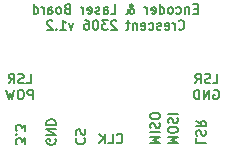
<source format=gbo>
G04 #@! TF.GenerationSoftware,KiCad,Pcbnew,(5.1.2)-1*
G04 #@! TF.CreationDate,2023-06-09T20:40:53+09:00*
G04 #@! TF.ProjectId,ma73x,6d613733-782e-46b6-9963-61645f706362,v1.2*
G04 #@! TF.SameCoordinates,Original*
G04 #@! TF.FileFunction,Legend,Bot*
G04 #@! TF.FilePolarity,Positive*
%FSLAX46Y46*%
G04 Gerber Fmt 4.6, Leading zero omitted, Abs format (unit mm)*
G04 Created by KiCad (PCBNEW (5.1.2)-1) date 2023-06-09 20:40:53*
%MOMM*%
%LPD*%
G04 APERTURE LIST*
%ADD10C,0.150000*%
%ADD11R,2.102000X2.102000*%
%ADD12O,1.802000X1.802000*%
%ADD13R,1.802000X1.802000*%
G04 APERTURE END LIST*
D10*
X152733333Y-86686904D02*
X153114285Y-86686904D01*
X153114285Y-85886904D01*
X152504761Y-86648809D02*
X152390476Y-86686904D01*
X152200000Y-86686904D01*
X152123809Y-86648809D01*
X152085714Y-86610714D01*
X152047619Y-86534523D01*
X152047619Y-86458333D01*
X152085714Y-86382142D01*
X152123809Y-86344047D01*
X152200000Y-86305952D01*
X152352380Y-86267857D01*
X152428571Y-86229761D01*
X152466666Y-86191666D01*
X152504761Y-86115476D01*
X152504761Y-86039285D01*
X152466666Y-85963095D01*
X152428571Y-85925000D01*
X152352380Y-85886904D01*
X152161904Y-85886904D01*
X152047619Y-85925000D01*
X151247619Y-86686904D02*
X151514285Y-86305952D01*
X151704761Y-86686904D02*
X151704761Y-85886904D01*
X151400000Y-85886904D01*
X151323809Y-85925000D01*
X151285714Y-85963095D01*
X151247619Y-86039285D01*
X151247619Y-86153571D01*
X151285714Y-86229761D01*
X151323809Y-86267857D01*
X151400000Y-86305952D01*
X151704761Y-86305952D01*
X153285714Y-88036904D02*
X153285714Y-87236904D01*
X152980952Y-87236904D01*
X152904761Y-87275000D01*
X152866666Y-87313095D01*
X152828571Y-87389285D01*
X152828571Y-87503571D01*
X152866666Y-87579761D01*
X152904761Y-87617857D01*
X152980952Y-87655952D01*
X153285714Y-87655952D01*
X152333333Y-87236904D02*
X152180952Y-87236904D01*
X152104761Y-87275000D01*
X152028571Y-87351190D01*
X151990476Y-87503571D01*
X151990476Y-87770238D01*
X152028571Y-87922619D01*
X152104761Y-87998809D01*
X152180952Y-88036904D01*
X152333333Y-88036904D01*
X152409523Y-87998809D01*
X152485714Y-87922619D01*
X152523809Y-87770238D01*
X152523809Y-87503571D01*
X152485714Y-87351190D01*
X152409523Y-87275000D01*
X152333333Y-87236904D01*
X151723809Y-87236904D02*
X151533333Y-88036904D01*
X151380952Y-87465476D01*
X151228571Y-88036904D01*
X151038095Y-87236904D01*
X168533333Y-86686904D02*
X168914285Y-86686904D01*
X168914285Y-85886904D01*
X168304761Y-86648809D02*
X168190476Y-86686904D01*
X168000000Y-86686904D01*
X167923809Y-86648809D01*
X167885714Y-86610714D01*
X167847619Y-86534523D01*
X167847619Y-86458333D01*
X167885714Y-86382142D01*
X167923809Y-86344047D01*
X168000000Y-86305952D01*
X168152380Y-86267857D01*
X168228571Y-86229761D01*
X168266666Y-86191666D01*
X168304761Y-86115476D01*
X168304761Y-86039285D01*
X168266666Y-85963095D01*
X168228571Y-85925000D01*
X168152380Y-85886904D01*
X167961904Y-85886904D01*
X167847619Y-85925000D01*
X167047619Y-86686904D02*
X167314285Y-86305952D01*
X167504761Y-86686904D02*
X167504761Y-85886904D01*
X167200000Y-85886904D01*
X167123809Y-85925000D01*
X167085714Y-85963095D01*
X167047619Y-86039285D01*
X167047619Y-86153571D01*
X167085714Y-86229761D01*
X167123809Y-86267857D01*
X167200000Y-86305952D01*
X167504761Y-86305952D01*
X168609523Y-87275000D02*
X168685714Y-87236904D01*
X168800000Y-87236904D01*
X168914285Y-87275000D01*
X168990476Y-87351190D01*
X169028571Y-87427380D01*
X169066666Y-87579761D01*
X169066666Y-87694047D01*
X169028571Y-87846428D01*
X168990476Y-87922619D01*
X168914285Y-87998809D01*
X168800000Y-88036904D01*
X168723809Y-88036904D01*
X168609523Y-87998809D01*
X168571428Y-87960714D01*
X168571428Y-87694047D01*
X168723809Y-87694047D01*
X168228571Y-88036904D02*
X168228571Y-87236904D01*
X167771428Y-88036904D01*
X167771428Y-87236904D01*
X167390476Y-88036904D02*
X167390476Y-87236904D01*
X167200000Y-87236904D01*
X167085714Y-87275000D01*
X167009523Y-87351190D01*
X166971428Y-87427380D01*
X166933333Y-87579761D01*
X166933333Y-87694047D01*
X166971428Y-87846428D01*
X167009523Y-87922619D01*
X167085714Y-87998809D01*
X167200000Y-88036904D01*
X167390476Y-88036904D01*
X167138095Y-91333333D02*
X167138095Y-91714285D01*
X167938095Y-91714285D01*
X167176190Y-91104761D02*
X167138095Y-90990476D01*
X167138095Y-90800000D01*
X167176190Y-90723809D01*
X167214285Y-90685714D01*
X167290476Y-90647619D01*
X167366666Y-90647619D01*
X167442857Y-90685714D01*
X167480952Y-90723809D01*
X167519047Y-90800000D01*
X167557142Y-90952380D01*
X167595238Y-91028571D01*
X167633333Y-91066666D01*
X167709523Y-91104761D01*
X167785714Y-91104761D01*
X167861904Y-91066666D01*
X167900000Y-91028571D01*
X167938095Y-90952380D01*
X167938095Y-90761904D01*
X167900000Y-90647619D01*
X167138095Y-89847619D02*
X167519047Y-90114285D01*
X167138095Y-90304761D02*
X167938095Y-90304761D01*
X167938095Y-90000000D01*
X167900000Y-89923809D01*
X167861904Y-89885714D01*
X167785714Y-89847619D01*
X167671428Y-89847619D01*
X167595238Y-89885714D01*
X167557142Y-89923809D01*
X167519047Y-90000000D01*
X167519047Y-90304761D01*
X164738095Y-91757142D02*
X165538095Y-91757142D01*
X164966666Y-91490476D01*
X165538095Y-91223809D01*
X164738095Y-91223809D01*
X165538095Y-90690476D02*
X165538095Y-90538095D01*
X165500000Y-90461904D01*
X165423809Y-90385714D01*
X165271428Y-90347619D01*
X165004761Y-90347619D01*
X164852380Y-90385714D01*
X164776190Y-90461904D01*
X164738095Y-90538095D01*
X164738095Y-90690476D01*
X164776190Y-90766666D01*
X164852380Y-90842857D01*
X165004761Y-90880952D01*
X165271428Y-90880952D01*
X165423809Y-90842857D01*
X165500000Y-90766666D01*
X165538095Y-90690476D01*
X164776190Y-90042857D02*
X164738095Y-89928571D01*
X164738095Y-89738095D01*
X164776190Y-89661904D01*
X164814285Y-89623809D01*
X164890476Y-89585714D01*
X164966666Y-89585714D01*
X165042857Y-89623809D01*
X165080952Y-89661904D01*
X165119047Y-89738095D01*
X165157142Y-89890476D01*
X165195238Y-89966666D01*
X165233333Y-90004761D01*
X165309523Y-90042857D01*
X165385714Y-90042857D01*
X165461904Y-90004761D01*
X165500000Y-89966666D01*
X165538095Y-89890476D01*
X165538095Y-89700000D01*
X165500000Y-89585714D01*
X164738095Y-89242857D02*
X165538095Y-89242857D01*
X163238095Y-91727142D02*
X164038095Y-91727142D01*
X163466666Y-91460476D01*
X164038095Y-91193809D01*
X163238095Y-91193809D01*
X163238095Y-90812857D02*
X164038095Y-90812857D01*
X163276190Y-90470000D02*
X163238095Y-90355714D01*
X163238095Y-90165238D01*
X163276190Y-90089047D01*
X163314285Y-90050952D01*
X163390476Y-90012857D01*
X163466666Y-90012857D01*
X163542857Y-90050952D01*
X163580952Y-90089047D01*
X163619047Y-90165238D01*
X163657142Y-90317619D01*
X163695238Y-90393809D01*
X163733333Y-90431904D01*
X163809523Y-90470000D01*
X163885714Y-90470000D01*
X163961904Y-90431904D01*
X164000000Y-90393809D01*
X164038095Y-90317619D01*
X164038095Y-90127142D01*
X164000000Y-90012857D01*
X164038095Y-89517619D02*
X164038095Y-89365238D01*
X164000000Y-89289047D01*
X163923809Y-89212857D01*
X163771428Y-89174761D01*
X163504761Y-89174761D01*
X163352380Y-89212857D01*
X163276190Y-89289047D01*
X163238095Y-89365238D01*
X163238095Y-89517619D01*
X163276190Y-89593809D01*
X163352380Y-89670000D01*
X163504761Y-89708095D01*
X163771428Y-89708095D01*
X163923809Y-89670000D01*
X164000000Y-89593809D01*
X164038095Y-89517619D01*
X160376190Y-91685714D02*
X160414285Y-91723809D01*
X160528571Y-91761904D01*
X160604761Y-91761904D01*
X160719047Y-91723809D01*
X160795238Y-91647619D01*
X160833333Y-91571428D01*
X160871428Y-91419047D01*
X160871428Y-91304761D01*
X160833333Y-91152380D01*
X160795238Y-91076190D01*
X160719047Y-91000000D01*
X160604761Y-90961904D01*
X160528571Y-90961904D01*
X160414285Y-91000000D01*
X160376190Y-91038095D01*
X159652380Y-91761904D02*
X160033333Y-91761904D01*
X160033333Y-90961904D01*
X159385714Y-91761904D02*
X159385714Y-90961904D01*
X158928571Y-91761904D02*
X159271428Y-91304761D01*
X158928571Y-90961904D02*
X159385714Y-91419047D01*
X157014285Y-91333333D02*
X156976190Y-91371428D01*
X156938095Y-91485714D01*
X156938095Y-91561904D01*
X156976190Y-91676190D01*
X157052380Y-91752380D01*
X157128571Y-91790476D01*
X157280952Y-91828571D01*
X157395238Y-91828571D01*
X157547619Y-91790476D01*
X157623809Y-91752380D01*
X157700000Y-91676190D01*
X157738095Y-91561904D01*
X157738095Y-91485714D01*
X157700000Y-91371428D01*
X157661904Y-91333333D01*
X156976190Y-91028571D02*
X156938095Y-90914285D01*
X156938095Y-90723809D01*
X156976190Y-90647619D01*
X157014285Y-90609523D01*
X157090476Y-90571428D01*
X157166666Y-90571428D01*
X157242857Y-90609523D01*
X157280952Y-90647619D01*
X157319047Y-90723809D01*
X157357142Y-90876190D01*
X157395238Y-90952380D01*
X157433333Y-90990476D01*
X157509523Y-91028571D01*
X157585714Y-91028571D01*
X157661904Y-90990476D01*
X157700000Y-90952380D01*
X157738095Y-90876190D01*
X157738095Y-90685714D01*
X157700000Y-90571428D01*
X155200000Y-91409523D02*
X155238095Y-91485714D01*
X155238095Y-91600000D01*
X155200000Y-91714285D01*
X155123809Y-91790476D01*
X155047619Y-91828571D01*
X154895238Y-91866666D01*
X154780952Y-91866666D01*
X154628571Y-91828571D01*
X154552380Y-91790476D01*
X154476190Y-91714285D01*
X154438095Y-91600000D01*
X154438095Y-91523809D01*
X154476190Y-91409523D01*
X154514285Y-91371428D01*
X154780952Y-91371428D01*
X154780952Y-91523809D01*
X154438095Y-91028571D02*
X155238095Y-91028571D01*
X154438095Y-90571428D01*
X155238095Y-90571428D01*
X154438095Y-90190476D02*
X155238095Y-90190476D01*
X155238095Y-90000000D01*
X155200000Y-89885714D01*
X155123809Y-89809523D01*
X155047619Y-89771428D01*
X154895238Y-89733333D01*
X154780952Y-89733333D01*
X154628571Y-89771428D01*
X154552380Y-89809523D01*
X154476190Y-89885714D01*
X154438095Y-90000000D01*
X154438095Y-90190476D01*
X152638095Y-91838095D02*
X152638095Y-91342857D01*
X152333333Y-91609523D01*
X152333333Y-91495238D01*
X152295238Y-91419047D01*
X152257142Y-91380952D01*
X152180952Y-91342857D01*
X151990476Y-91342857D01*
X151914285Y-91380952D01*
X151876190Y-91419047D01*
X151838095Y-91495238D01*
X151838095Y-91723809D01*
X151876190Y-91800000D01*
X151914285Y-91838095D01*
X151914285Y-91000000D02*
X151876190Y-90961904D01*
X151838095Y-91000000D01*
X151876190Y-91038095D01*
X151914285Y-91000000D01*
X151838095Y-91000000D01*
X152638095Y-90695238D02*
X152638095Y-90200000D01*
X152333333Y-90466666D01*
X152333333Y-90352380D01*
X152295238Y-90276190D01*
X152257142Y-90238095D01*
X152180952Y-90200000D01*
X151990476Y-90200000D01*
X151914285Y-90238095D01*
X151876190Y-90276190D01*
X151838095Y-90352380D01*
X151838095Y-90580952D01*
X151876190Y-90657142D01*
X151914285Y-90695238D01*
X167233333Y-80367857D02*
X166966666Y-80367857D01*
X166852380Y-80786904D02*
X167233333Y-80786904D01*
X167233333Y-79986904D01*
X166852380Y-79986904D01*
X166509523Y-80253571D02*
X166509523Y-80786904D01*
X166509523Y-80329761D02*
X166471428Y-80291666D01*
X166395238Y-80253571D01*
X166280952Y-80253571D01*
X166204761Y-80291666D01*
X166166666Y-80367857D01*
X166166666Y-80786904D01*
X165442857Y-80748809D02*
X165519047Y-80786904D01*
X165671428Y-80786904D01*
X165747619Y-80748809D01*
X165785714Y-80710714D01*
X165823809Y-80634523D01*
X165823809Y-80405952D01*
X165785714Y-80329761D01*
X165747619Y-80291666D01*
X165671428Y-80253571D01*
X165519047Y-80253571D01*
X165442857Y-80291666D01*
X164985714Y-80786904D02*
X165061904Y-80748809D01*
X165100000Y-80710714D01*
X165138095Y-80634523D01*
X165138095Y-80405952D01*
X165100000Y-80329761D01*
X165061904Y-80291666D01*
X164985714Y-80253571D01*
X164871428Y-80253571D01*
X164795238Y-80291666D01*
X164757142Y-80329761D01*
X164719047Y-80405952D01*
X164719047Y-80634523D01*
X164757142Y-80710714D01*
X164795238Y-80748809D01*
X164871428Y-80786904D01*
X164985714Y-80786904D01*
X164033333Y-80786904D02*
X164033333Y-79986904D01*
X164033333Y-80748809D02*
X164109523Y-80786904D01*
X164261904Y-80786904D01*
X164338095Y-80748809D01*
X164376190Y-80710714D01*
X164414285Y-80634523D01*
X164414285Y-80405952D01*
X164376190Y-80329761D01*
X164338095Y-80291666D01*
X164261904Y-80253571D01*
X164109523Y-80253571D01*
X164033333Y-80291666D01*
X163347619Y-80748809D02*
X163423809Y-80786904D01*
X163576190Y-80786904D01*
X163652380Y-80748809D01*
X163690476Y-80672619D01*
X163690476Y-80367857D01*
X163652380Y-80291666D01*
X163576190Y-80253571D01*
X163423809Y-80253571D01*
X163347619Y-80291666D01*
X163309523Y-80367857D01*
X163309523Y-80444047D01*
X163690476Y-80520238D01*
X162966666Y-80786904D02*
X162966666Y-80253571D01*
X162966666Y-80405952D02*
X162928571Y-80329761D01*
X162890476Y-80291666D01*
X162814285Y-80253571D01*
X162738095Y-80253571D01*
X161214285Y-80786904D02*
X161252380Y-80786904D01*
X161328571Y-80748809D01*
X161442857Y-80634523D01*
X161633333Y-80405952D01*
X161709523Y-80291666D01*
X161747619Y-80177380D01*
X161747619Y-80101190D01*
X161709523Y-80025000D01*
X161633333Y-79986904D01*
X161595238Y-79986904D01*
X161519047Y-80025000D01*
X161480952Y-80101190D01*
X161480952Y-80139285D01*
X161519047Y-80215476D01*
X161557142Y-80253571D01*
X161785714Y-80405952D01*
X161823809Y-80444047D01*
X161861904Y-80520238D01*
X161861904Y-80634523D01*
X161823809Y-80710714D01*
X161785714Y-80748809D01*
X161709523Y-80786904D01*
X161595238Y-80786904D01*
X161519047Y-80748809D01*
X161480952Y-80710714D01*
X161366666Y-80558333D01*
X161328571Y-80444047D01*
X161328571Y-80367857D01*
X159880952Y-80786904D02*
X160261904Y-80786904D01*
X160261904Y-79986904D01*
X159271428Y-80786904D02*
X159271428Y-80367857D01*
X159309523Y-80291666D01*
X159385714Y-80253571D01*
X159538095Y-80253571D01*
X159614285Y-80291666D01*
X159271428Y-80748809D02*
X159347619Y-80786904D01*
X159538095Y-80786904D01*
X159614285Y-80748809D01*
X159652380Y-80672619D01*
X159652380Y-80596428D01*
X159614285Y-80520238D01*
X159538095Y-80482142D01*
X159347619Y-80482142D01*
X159271428Y-80444047D01*
X158928571Y-80748809D02*
X158852380Y-80786904D01*
X158700000Y-80786904D01*
X158623809Y-80748809D01*
X158585714Y-80672619D01*
X158585714Y-80634523D01*
X158623809Y-80558333D01*
X158700000Y-80520238D01*
X158814285Y-80520238D01*
X158890476Y-80482142D01*
X158928571Y-80405952D01*
X158928571Y-80367857D01*
X158890476Y-80291666D01*
X158814285Y-80253571D01*
X158700000Y-80253571D01*
X158623809Y-80291666D01*
X157938095Y-80748809D02*
X158014285Y-80786904D01*
X158166666Y-80786904D01*
X158242857Y-80748809D01*
X158280952Y-80672619D01*
X158280952Y-80367857D01*
X158242857Y-80291666D01*
X158166666Y-80253571D01*
X158014285Y-80253571D01*
X157938095Y-80291666D01*
X157900000Y-80367857D01*
X157900000Y-80444047D01*
X158280952Y-80520238D01*
X157557142Y-80786904D02*
X157557142Y-80253571D01*
X157557142Y-80405952D02*
X157519047Y-80329761D01*
X157480952Y-80291666D01*
X157404761Y-80253571D01*
X157328571Y-80253571D01*
X156185714Y-80367857D02*
X156071428Y-80405952D01*
X156033333Y-80444047D01*
X155995238Y-80520238D01*
X155995238Y-80634523D01*
X156033333Y-80710714D01*
X156071428Y-80748809D01*
X156147619Y-80786904D01*
X156452380Y-80786904D01*
X156452380Y-79986904D01*
X156185714Y-79986904D01*
X156109523Y-80025000D01*
X156071428Y-80063095D01*
X156033333Y-80139285D01*
X156033333Y-80215476D01*
X156071428Y-80291666D01*
X156109523Y-80329761D01*
X156185714Y-80367857D01*
X156452380Y-80367857D01*
X155538095Y-80786904D02*
X155614285Y-80748809D01*
X155652380Y-80710714D01*
X155690476Y-80634523D01*
X155690476Y-80405952D01*
X155652380Y-80329761D01*
X155614285Y-80291666D01*
X155538095Y-80253571D01*
X155423809Y-80253571D01*
X155347619Y-80291666D01*
X155309523Y-80329761D01*
X155271428Y-80405952D01*
X155271428Y-80634523D01*
X155309523Y-80710714D01*
X155347619Y-80748809D01*
X155423809Y-80786904D01*
X155538095Y-80786904D01*
X154585714Y-80786904D02*
X154585714Y-80367857D01*
X154623809Y-80291666D01*
X154700000Y-80253571D01*
X154852380Y-80253571D01*
X154928571Y-80291666D01*
X154585714Y-80748809D02*
X154661904Y-80786904D01*
X154852380Y-80786904D01*
X154928571Y-80748809D01*
X154966666Y-80672619D01*
X154966666Y-80596428D01*
X154928571Y-80520238D01*
X154852380Y-80482142D01*
X154661904Y-80482142D01*
X154585714Y-80444047D01*
X154204761Y-80786904D02*
X154204761Y-80253571D01*
X154204761Y-80405952D02*
X154166666Y-80329761D01*
X154128571Y-80291666D01*
X154052380Y-80253571D01*
X153976190Y-80253571D01*
X153366666Y-80786904D02*
X153366666Y-79986904D01*
X153366666Y-80748809D02*
X153442857Y-80786904D01*
X153595238Y-80786904D01*
X153671428Y-80748809D01*
X153709523Y-80710714D01*
X153747619Y-80634523D01*
X153747619Y-80405952D01*
X153709523Y-80329761D01*
X153671428Y-80291666D01*
X153595238Y-80253571D01*
X153442857Y-80253571D01*
X153366666Y-80291666D01*
X165633333Y-82060714D02*
X165671428Y-82098809D01*
X165785714Y-82136904D01*
X165861904Y-82136904D01*
X165976190Y-82098809D01*
X166052380Y-82022619D01*
X166090476Y-81946428D01*
X166128571Y-81794047D01*
X166128571Y-81679761D01*
X166090476Y-81527380D01*
X166052380Y-81451190D01*
X165976190Y-81375000D01*
X165861904Y-81336904D01*
X165785714Y-81336904D01*
X165671428Y-81375000D01*
X165633333Y-81413095D01*
X165290476Y-82136904D02*
X165290476Y-81603571D01*
X165290476Y-81755952D02*
X165252380Y-81679761D01*
X165214285Y-81641666D01*
X165138095Y-81603571D01*
X165061904Y-81603571D01*
X164490476Y-82098809D02*
X164566666Y-82136904D01*
X164719047Y-82136904D01*
X164795238Y-82098809D01*
X164833333Y-82022619D01*
X164833333Y-81717857D01*
X164795238Y-81641666D01*
X164719047Y-81603571D01*
X164566666Y-81603571D01*
X164490476Y-81641666D01*
X164452380Y-81717857D01*
X164452380Y-81794047D01*
X164833333Y-81870238D01*
X164147619Y-82098809D02*
X164071428Y-82136904D01*
X163919047Y-82136904D01*
X163842857Y-82098809D01*
X163804761Y-82022619D01*
X163804761Y-81984523D01*
X163842857Y-81908333D01*
X163919047Y-81870238D01*
X164033333Y-81870238D01*
X164109523Y-81832142D01*
X164147619Y-81755952D01*
X164147619Y-81717857D01*
X164109523Y-81641666D01*
X164033333Y-81603571D01*
X163919047Y-81603571D01*
X163842857Y-81641666D01*
X163119047Y-82098809D02*
X163195238Y-82136904D01*
X163347619Y-82136904D01*
X163423809Y-82098809D01*
X163461904Y-82060714D01*
X163500000Y-81984523D01*
X163500000Y-81755952D01*
X163461904Y-81679761D01*
X163423809Y-81641666D01*
X163347619Y-81603571D01*
X163195238Y-81603571D01*
X163119047Y-81641666D01*
X162471428Y-82098809D02*
X162547619Y-82136904D01*
X162700000Y-82136904D01*
X162776190Y-82098809D01*
X162814285Y-82022619D01*
X162814285Y-81717857D01*
X162776190Y-81641666D01*
X162700000Y-81603571D01*
X162547619Y-81603571D01*
X162471428Y-81641666D01*
X162433333Y-81717857D01*
X162433333Y-81794047D01*
X162814285Y-81870238D01*
X162090476Y-81603571D02*
X162090476Y-82136904D01*
X162090476Y-81679761D02*
X162052380Y-81641666D01*
X161976190Y-81603571D01*
X161861904Y-81603571D01*
X161785714Y-81641666D01*
X161747619Y-81717857D01*
X161747619Y-82136904D01*
X161480952Y-81603571D02*
X161176190Y-81603571D01*
X161366666Y-81336904D02*
X161366666Y-82022619D01*
X161328571Y-82098809D01*
X161252380Y-82136904D01*
X161176190Y-82136904D01*
X160338095Y-81413095D02*
X160300000Y-81375000D01*
X160223809Y-81336904D01*
X160033333Y-81336904D01*
X159957142Y-81375000D01*
X159919047Y-81413095D01*
X159880952Y-81489285D01*
X159880952Y-81565476D01*
X159919047Y-81679761D01*
X160376190Y-82136904D01*
X159880952Y-82136904D01*
X159614285Y-81336904D02*
X159119047Y-81336904D01*
X159385714Y-81641666D01*
X159271428Y-81641666D01*
X159195238Y-81679761D01*
X159157142Y-81717857D01*
X159119047Y-81794047D01*
X159119047Y-81984523D01*
X159157142Y-82060714D01*
X159195238Y-82098809D01*
X159271428Y-82136904D01*
X159500000Y-82136904D01*
X159576190Y-82098809D01*
X159614285Y-82060714D01*
X158623809Y-81336904D02*
X158547619Y-81336904D01*
X158471428Y-81375000D01*
X158433333Y-81413095D01*
X158395238Y-81489285D01*
X158357142Y-81641666D01*
X158357142Y-81832142D01*
X158395238Y-81984523D01*
X158433333Y-82060714D01*
X158471428Y-82098809D01*
X158547619Y-82136904D01*
X158623809Y-82136904D01*
X158700000Y-82098809D01*
X158738095Y-82060714D01*
X158776190Y-81984523D01*
X158814285Y-81832142D01*
X158814285Y-81641666D01*
X158776190Y-81489285D01*
X158738095Y-81413095D01*
X158700000Y-81375000D01*
X158623809Y-81336904D01*
X157671428Y-81336904D02*
X157823809Y-81336904D01*
X157900000Y-81375000D01*
X157938095Y-81413095D01*
X158014285Y-81527380D01*
X158052380Y-81679761D01*
X158052380Y-81984523D01*
X158014285Y-82060714D01*
X157976190Y-82098809D01*
X157900000Y-82136904D01*
X157747619Y-82136904D01*
X157671428Y-82098809D01*
X157633333Y-82060714D01*
X157595238Y-81984523D01*
X157595238Y-81794047D01*
X157633333Y-81717857D01*
X157671428Y-81679761D01*
X157747619Y-81641666D01*
X157900000Y-81641666D01*
X157976190Y-81679761D01*
X158014285Y-81717857D01*
X158052380Y-81794047D01*
X156719047Y-81603571D02*
X156528571Y-82136904D01*
X156338095Y-81603571D01*
X155614285Y-82136904D02*
X156071428Y-82136904D01*
X155842857Y-82136904D02*
X155842857Y-81336904D01*
X155919047Y-81451190D01*
X155995238Y-81527380D01*
X156071428Y-81565476D01*
X155271428Y-82060714D02*
X155233333Y-82098809D01*
X155271428Y-82136904D01*
X155309523Y-82098809D01*
X155271428Y-82060714D01*
X155271428Y-82136904D01*
X154928571Y-81413095D02*
X154890476Y-81375000D01*
X154814285Y-81336904D01*
X154623809Y-81336904D01*
X154547619Y-81375000D01*
X154509523Y-81413095D01*
X154471428Y-81489285D01*
X154471428Y-81565476D01*
X154509523Y-81679761D01*
X154966666Y-82136904D01*
X154471428Y-82136904D01*
%LPC*%
D11*
X165210000Y-87000000D03*
X154970000Y-86960000D03*
D12*
X167580000Y-93200000D03*
X165040000Y-93200000D03*
X162500000Y-93200000D03*
X159960000Y-93200000D03*
X157420000Y-93200000D03*
X154880000Y-93200000D03*
D13*
X152340000Y-93200000D03*
M02*

</source>
